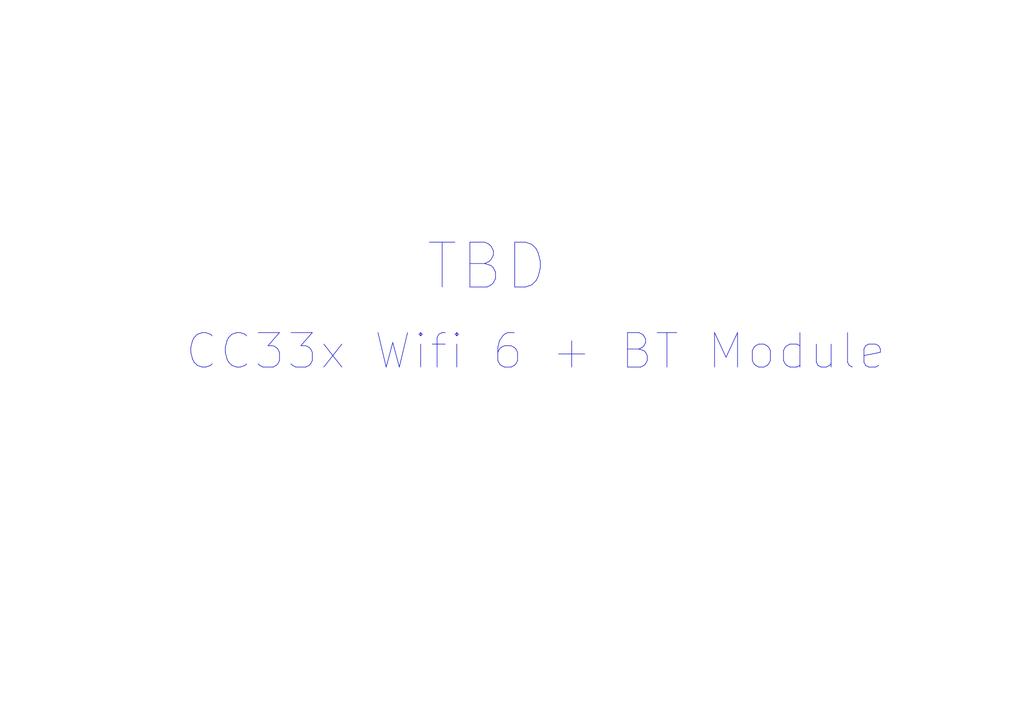
<source format=kicad_sch>
(kicad_sch (version 20230121) (generator eeschema)
  (paper "A4")
  (lib_symbols)
  (text "TBD" (at 123.19 85.09 0) (effects (font (size 13 13)) (justify left bottom)))
  (text "CC33x Wifi 6 + BT Module" (at 53.34 107.95 0) (effects (font (size 10 10)) (justify left bottom)))
)
</source>
